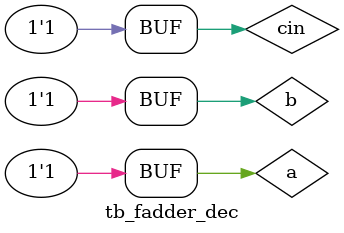
<source format=v>
`include "fadder_dec.v"
module tb_fadder_dec();
	
	reg a, b, cin;
	wire sum, cout;
	
	fadder_dec addr(.cout(cout), .sum(sum), .cin(cin), .a(a), .b(b));
	
	initial begin 
		$dumpfile("tb_fadder_dec.vcd");
		$dumpvars;
	end
	
	initial 
		$monitor(" a = %b, b = %b, cin = %b, sum = %b, cout = %b",a,b,cin,sum,cout);
		
	initial begin
		
			a = 0; b = 0; cin = 0;
        #5  a = 0; b = 0; cin = 1;
        #5  a = 0; b = 1; cin = 0;
        #5  a = 0; b = 1; cin = 1;
        #5  a = 1; b = 0; cin = 0;
        #5  a = 1; b = 0; cin = 1;
        #5  a = 1; b = 1; cin = 0;
        #5  a = 1; b = 1; cin = 1;
		
	end
	
endmodule
</source>
